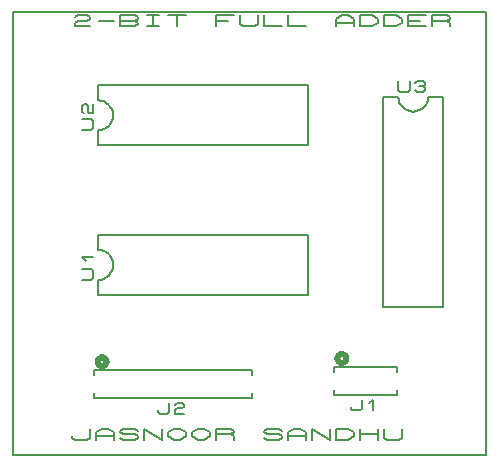
<source format=gbr>
G04 PROTEUS GERBER X2 FILE*
%TF.GenerationSoftware,Labcenter,Proteus,8.9-SP2-Build28501*%
%TF.CreationDate,2023-03-09T16:47:13+00:00*%
%TF.FileFunction,Legend,Top*%
%TF.FilePolarity,Positive*%
%TF.Part,Single*%
%TF.SameCoordinates,{0f7d483c-582a-42f8-afd4-3f49b78b352a}*%
%FSLAX45Y45*%
%MOMM*%
G01*
%TA.AperFunction,Profile*%
%ADD16C,0.203200*%
%TA.AperFunction,Material*%
%ADD17C,0.203200*%
%ADD18C,0.508000*%
%ADD19C,0.152400*%
%TD.AperFunction*%
D16*
X-2750000Y-3000000D02*
X+1250000Y-3000000D01*
X+1250000Y+750000D01*
X-2750000Y+750000D01*
X-2750000Y-3000000D01*
D17*
X-2032000Y-1266000D02*
X-2032000Y-1139000D01*
X-2032000Y-1647000D02*
X-2032000Y-1520000D01*
X-1905000Y-1393000D02*
X-1907436Y-1367124D01*
X-1914485Y-1343152D01*
X-1925762Y-1321562D01*
X-1940878Y-1302830D01*
X-1959446Y-1287431D01*
X-1981081Y-1275842D01*
X-2005394Y-1268540D01*
X-2032000Y-1266000D01*
X-1905000Y-1393000D02*
X-1907436Y-1419606D01*
X-1914485Y-1443919D01*
X-1925762Y-1465554D01*
X-1940878Y-1484122D01*
X-1959446Y-1499238D01*
X-1981081Y-1510515D01*
X-2005394Y-1517564D01*
X-2032000Y-1520000D01*
X-2032000Y-1647000D02*
X-254000Y-1647000D01*
X-254000Y-1139000D01*
X-2032000Y-1139000D01*
X-2164080Y-1520000D02*
X-2087880Y-1520000D01*
X-2072640Y-1504125D01*
X-2072640Y-1440625D01*
X-2087880Y-1424750D01*
X-2164080Y-1424750D01*
X-2133600Y-1361250D02*
X-2164080Y-1329500D01*
X-2072640Y-1329500D01*
X-2032000Y+0D02*
X-2032000Y+127000D01*
X-2032000Y-381000D02*
X-2032000Y-254000D01*
X-1905000Y-127000D02*
X-1907436Y-101124D01*
X-1914485Y-77152D01*
X-1925762Y-55562D01*
X-1940878Y-36830D01*
X-1959446Y-21431D01*
X-1981081Y-9842D01*
X-2005394Y-2540D01*
X-2032000Y+0D01*
X-1905000Y-127000D02*
X-1907436Y-153606D01*
X-1914485Y-177919D01*
X-1925762Y-199554D01*
X-1940878Y-218122D01*
X-1959446Y-233238D01*
X-1981081Y-244515D01*
X-2005394Y-251564D01*
X-2032000Y-254000D01*
X-2032000Y-381000D02*
X-254000Y-381000D01*
X-254000Y+127000D01*
X-2032000Y+127000D01*
X-2164080Y-254000D02*
X-2087880Y-254000D01*
X-2072640Y-238125D01*
X-2072640Y-174625D01*
X-2087880Y-158750D01*
X-2164080Y-158750D01*
X-2148840Y-111125D02*
X-2164080Y-95250D01*
X-2164080Y-47625D01*
X-2148840Y-31750D01*
X-2133600Y-31750D01*
X-2118360Y-47625D01*
X-2118360Y-95250D01*
X-2103120Y-111125D01*
X-2072640Y-111125D01*
X-2072640Y-31750D01*
X+766000Y+32000D02*
X+893000Y+32000D01*
X+385000Y+32000D02*
X+512000Y+32000D01*
X+639000Y-95000D02*
X+664876Y-92564D01*
X+688848Y-85515D01*
X+710438Y-74238D01*
X+729170Y-59122D01*
X+744569Y-40554D01*
X+756158Y-18919D01*
X+763460Y+5394D01*
X+766000Y+32000D01*
X+639000Y-95000D02*
X+612394Y-92564D01*
X+588081Y-85515D01*
X+566446Y-74238D01*
X+547878Y-59122D01*
X+532762Y-40554D01*
X+521485Y-18919D01*
X+514436Y+5394D01*
X+512000Y+32000D01*
X+385000Y+32000D02*
X+385000Y-1746000D01*
X+893000Y-1746000D01*
X+893000Y+32000D01*
X+512000Y+164080D02*
X+512000Y+87880D01*
X+527875Y+72640D01*
X+591375Y+72640D01*
X+607250Y+87880D01*
X+607250Y+164080D01*
X+654875Y+148840D02*
X+670750Y+164080D01*
X+718375Y+164080D01*
X+734250Y+148840D01*
X+734250Y+133600D01*
X+718375Y+118360D01*
X+734250Y+103120D01*
X+734250Y+87880D01*
X+718375Y+72640D01*
X+670750Y+72640D01*
X+654875Y+87880D01*
X+686625Y+118360D02*
X+718375Y+118360D01*
D18*
X-1958900Y-2214500D02*
X-1959031Y-2211342D01*
X-1960097Y-2205024D01*
X-1962328Y-2198706D01*
X-1965973Y-2192388D01*
X-1971548Y-2186149D01*
X-1977866Y-2181553D01*
X-1984184Y-2178620D01*
X-1990502Y-2176958D01*
X-1996820Y-2176400D01*
X-1997000Y-2176400D01*
X-2035100Y-2214500D02*
X-2034969Y-2211342D01*
X-2033903Y-2205024D01*
X-2031672Y-2198706D01*
X-2028027Y-2192388D01*
X-2022452Y-2186149D01*
X-2016134Y-2181553D01*
X-2009816Y-2178620D01*
X-2003498Y-2176958D01*
X-1997180Y-2176400D01*
X-1997000Y-2176400D01*
X-2035100Y-2214500D02*
X-2034969Y-2217658D01*
X-2033903Y-2223976D01*
X-2031672Y-2230294D01*
X-2028027Y-2236612D01*
X-2022452Y-2242851D01*
X-2016134Y-2247447D01*
X-2009816Y-2250380D01*
X-2003498Y-2252042D01*
X-1997180Y-2252600D01*
X-1997000Y-2252600D01*
X-1958900Y-2214500D02*
X-1959031Y-2217658D01*
X-1960097Y-2223976D01*
X-1962328Y-2230294D01*
X-1965973Y-2236612D01*
X-1971548Y-2242851D01*
X-1977866Y-2247447D01*
X-1984184Y-2250380D01*
X-1990502Y-2252042D01*
X-1996820Y-2252600D01*
X-1997000Y-2252600D01*
D19*
X-727150Y-2285620D02*
X-2066850Y-2285620D01*
X-2066850Y-2329135D01*
X-2066850Y-2524380D02*
X-727150Y-2524380D01*
X-727150Y-2480865D01*
X-727150Y-2329135D02*
X-727150Y-2285620D01*
X-2066850Y-2480865D02*
X-2066850Y-2524380D01*
D17*
X-1524000Y-2623440D02*
X-1524000Y-2638680D01*
X-1508125Y-2653920D01*
X-1444625Y-2653920D01*
X-1428750Y-2638680D01*
X-1428750Y-2562480D01*
X-1381125Y-2577720D02*
X-1365250Y-2562480D01*
X-1317625Y-2562480D01*
X-1301750Y-2577720D01*
X-1301750Y-2592960D01*
X-1317625Y-2608200D01*
X-1365250Y-2608200D01*
X-1381125Y-2623440D01*
X-1381125Y-2653920D01*
X-1301750Y-2653920D01*
D18*
X+72100Y-2186500D02*
X+71969Y-2183342D01*
X+70903Y-2177024D01*
X+68672Y-2170706D01*
X+65027Y-2164388D01*
X+59452Y-2158149D01*
X+53134Y-2153553D01*
X+46816Y-2150620D01*
X+40498Y-2148958D01*
X+34180Y-2148400D01*
X+34000Y-2148400D01*
X-4100Y-2186500D02*
X-3969Y-2183342D01*
X-2903Y-2177024D01*
X-672Y-2170706D01*
X+2973Y-2164388D01*
X+8548Y-2158149D01*
X+14866Y-2153553D01*
X+21184Y-2150620D01*
X+27502Y-2148958D01*
X+33820Y-2148400D01*
X+34000Y-2148400D01*
X-4100Y-2186500D02*
X-3969Y-2189658D01*
X-2903Y-2195976D01*
X-672Y-2202294D01*
X+2973Y-2208612D01*
X+8548Y-2214851D01*
X+14866Y-2219447D01*
X+21184Y-2222380D01*
X+27502Y-2224042D01*
X+33820Y-2224600D01*
X+34000Y-2224600D01*
X+72100Y-2186500D02*
X+71969Y-2189658D01*
X+70903Y-2195976D01*
X+68672Y-2202294D01*
X+65027Y-2208612D01*
X+59452Y-2214851D01*
X+53134Y-2219447D01*
X+46816Y-2222380D01*
X+40498Y-2224042D01*
X+34180Y-2224600D01*
X+34000Y-2224600D01*
D19*
X+503850Y-2257620D02*
X-35850Y-2257620D01*
X-35850Y-2301135D01*
X-35850Y-2496380D02*
X+503850Y-2496380D01*
X+503850Y-2452865D01*
X+503850Y-2301135D02*
X+503850Y-2257620D01*
X-35850Y-2452865D02*
X-35850Y-2496380D01*
D17*
X+107000Y-2595440D02*
X+107000Y-2610680D01*
X+122875Y-2625920D01*
X+186375Y-2625920D01*
X+202250Y-2610680D01*
X+202250Y-2534480D01*
X+265750Y-2564960D02*
X+297500Y-2534480D01*
X+297500Y-2625920D01*
D16*
X-2250000Y-2841440D02*
X-2250000Y-2856680D01*
X-2224600Y-2871920D01*
X-2123000Y-2871920D01*
X-2097600Y-2856680D01*
X-2097600Y-2780480D01*
X-2046800Y-2871920D02*
X-2046800Y-2810960D01*
X-1996000Y-2780480D01*
X-1945200Y-2780480D01*
X-1894400Y-2810960D01*
X-1894400Y-2871920D01*
X-2046800Y-2841440D02*
X-1894400Y-2841440D01*
X-1843600Y-2856680D02*
X-1818200Y-2871920D01*
X-1716600Y-2871920D01*
X-1691200Y-2856680D01*
X-1691200Y-2841440D01*
X-1716600Y-2826200D01*
X-1818200Y-2826200D01*
X-1843600Y-2810960D01*
X-1843600Y-2795720D01*
X-1818200Y-2780480D01*
X-1716600Y-2780480D01*
X-1691200Y-2795720D01*
X-1640400Y-2871920D02*
X-1640400Y-2780480D01*
X-1488000Y-2871920D01*
X-1488000Y-2780480D01*
X-1437200Y-2810960D02*
X-1386400Y-2780480D01*
X-1335600Y-2780480D01*
X-1284800Y-2810960D01*
X-1284800Y-2841440D01*
X-1335600Y-2871920D01*
X-1386400Y-2871920D01*
X-1437200Y-2841440D01*
X-1437200Y-2810960D01*
X-1234000Y-2810960D02*
X-1183200Y-2780480D01*
X-1132400Y-2780480D01*
X-1081600Y-2810960D01*
X-1081600Y-2841440D01*
X-1132400Y-2871920D01*
X-1183200Y-2871920D01*
X-1234000Y-2841440D01*
X-1234000Y-2810960D01*
X-1030800Y-2871920D02*
X-1030800Y-2780480D01*
X-903800Y-2780480D01*
X-878400Y-2795720D01*
X-878400Y-2810960D01*
X-903800Y-2826200D01*
X-1030800Y-2826200D01*
X-903800Y-2826200D02*
X-878400Y-2841440D01*
X-878400Y-2871920D01*
X-624400Y-2856680D02*
X-599000Y-2871920D01*
X-497400Y-2871920D01*
X-472000Y-2856680D01*
X-472000Y-2841440D01*
X-497400Y-2826200D01*
X-599000Y-2826200D01*
X-624400Y-2810960D01*
X-624400Y-2795720D01*
X-599000Y-2780480D01*
X-497400Y-2780480D01*
X-472000Y-2795720D01*
X-421200Y-2871920D02*
X-421200Y-2810960D01*
X-370400Y-2780480D01*
X-319600Y-2780480D01*
X-268800Y-2810960D01*
X-268800Y-2871920D01*
X-421200Y-2841440D02*
X-268800Y-2841440D01*
X-218000Y-2871920D02*
X-218000Y-2780480D01*
X-65600Y-2871920D01*
X-65600Y-2780480D01*
X-14800Y-2871920D02*
X-14800Y-2780480D01*
X+86800Y-2780480D01*
X+137600Y-2810960D01*
X+137600Y-2841440D01*
X+86800Y-2871920D01*
X-14800Y-2871920D01*
X+188400Y-2871920D02*
X+188400Y-2780480D01*
X+340800Y-2780480D02*
X+340800Y-2871920D01*
X+188400Y-2826200D02*
X+340800Y-2826200D01*
X+391600Y-2780480D02*
X+391600Y-2856680D01*
X+417000Y-2871920D01*
X+518600Y-2871920D01*
X+544000Y-2856680D01*
X+544000Y-2780480D01*
X-2224600Y+704280D02*
X-2199200Y+719520D01*
X-2123000Y+719520D01*
X-2097600Y+704280D01*
X-2097600Y+689040D01*
X-2123000Y+673800D01*
X-2199200Y+673800D01*
X-2224600Y+658560D01*
X-2224600Y+628080D01*
X-2097600Y+628080D01*
X-2021400Y+673800D02*
X-1894400Y+673800D01*
X-1843600Y+628080D02*
X-1843600Y+719520D01*
X-1716600Y+719520D01*
X-1691200Y+704280D01*
X-1691200Y+689040D01*
X-1716600Y+673800D01*
X-1691200Y+658560D01*
X-1691200Y+643320D01*
X-1716600Y+628080D01*
X-1843600Y+628080D01*
X-1843600Y+673800D02*
X-1716600Y+673800D01*
X-1615000Y+719520D02*
X-1513400Y+719520D01*
X-1564200Y+719520D02*
X-1564200Y+628080D01*
X-1615000Y+628080D02*
X-1513400Y+628080D01*
X-1437200Y+719520D02*
X-1284800Y+719520D01*
X-1361000Y+719520D02*
X-1361000Y+628080D01*
X-1030800Y+628080D02*
X-1030800Y+719520D01*
X-878400Y+719520D01*
X-1030800Y+673800D02*
X-929200Y+673800D01*
X-827600Y+719520D02*
X-827600Y+643320D01*
X-802200Y+628080D01*
X-700600Y+628080D01*
X-675200Y+643320D01*
X-675200Y+719520D01*
X-624400Y+719520D02*
X-624400Y+628080D01*
X-472000Y+628080D01*
X-421200Y+719520D02*
X-421200Y+628080D01*
X-268800Y+628080D01*
X-14800Y+628080D02*
X-14800Y+689040D01*
X+36000Y+719520D01*
X+86800Y+719520D01*
X+137600Y+689040D01*
X+137600Y+628080D01*
X-14800Y+658560D02*
X+137600Y+658560D01*
X+188400Y+628080D02*
X+188400Y+719520D01*
X+290000Y+719520D01*
X+340800Y+689040D01*
X+340800Y+658560D01*
X+290000Y+628080D01*
X+188400Y+628080D01*
X+391600Y+628080D02*
X+391600Y+719520D01*
X+493200Y+719520D01*
X+544000Y+689040D01*
X+544000Y+658560D01*
X+493200Y+628080D01*
X+391600Y+628080D01*
X+747200Y+628080D02*
X+594800Y+628080D01*
X+594800Y+719520D01*
X+747200Y+719520D01*
X+594800Y+673800D02*
X+696400Y+673800D01*
X+798000Y+628080D02*
X+798000Y+719520D01*
X+925000Y+719520D01*
X+950400Y+704280D01*
X+950400Y+689040D01*
X+925000Y+673800D01*
X+798000Y+673800D01*
X+925000Y+673800D02*
X+950400Y+658560D01*
X+950400Y+628080D01*
M02*

</source>
